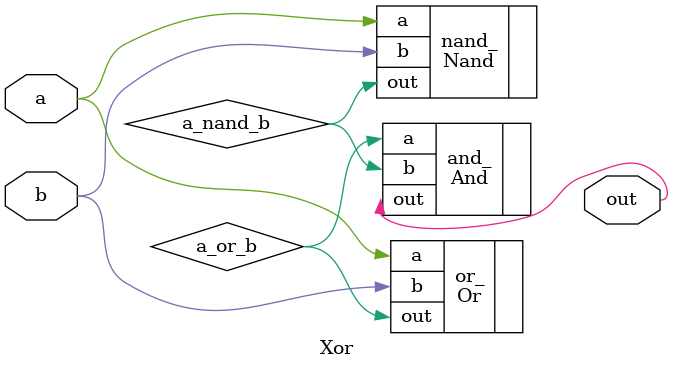
<source format=sv>
module Xor(
	input logic a,
	input logic b,
	output logic out
);
	logic a_or_b;
	Or or_(
		.a(a),
		.b(b),
		.out(a_or_b)
	);

	logic a_nand_b;
	Nand nand_(
		.a(a),
		.b(b),
		.out(a_nand_b)
	);

	And and_(
		.a(a_or_b),
		.b(a_nand_b),
		.out(out)
	);
endmodule

</source>
